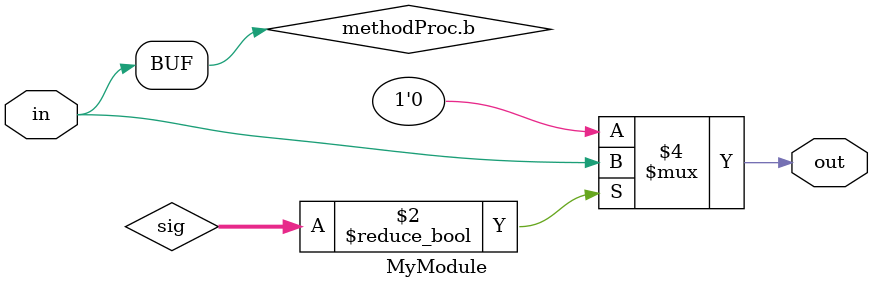
<source format=sv>

module MyModule // "tb_inst.top_mod"
(
    input logic in,
    output logic out
);

// SystemC signals
logic signed [31:0] sig;

//------------------------------------------------------------------------------
// Method process: methodProc (test_process_simple.cpp:20:5) 

always_comb 
begin : methodProc     // test_process_simple.cpp:20:5
    logic b;
    b = in;
    if (sig != 0)
    begin
        out = b;
    end else begin
        out = 0;
    end
end

endmodule



</source>
